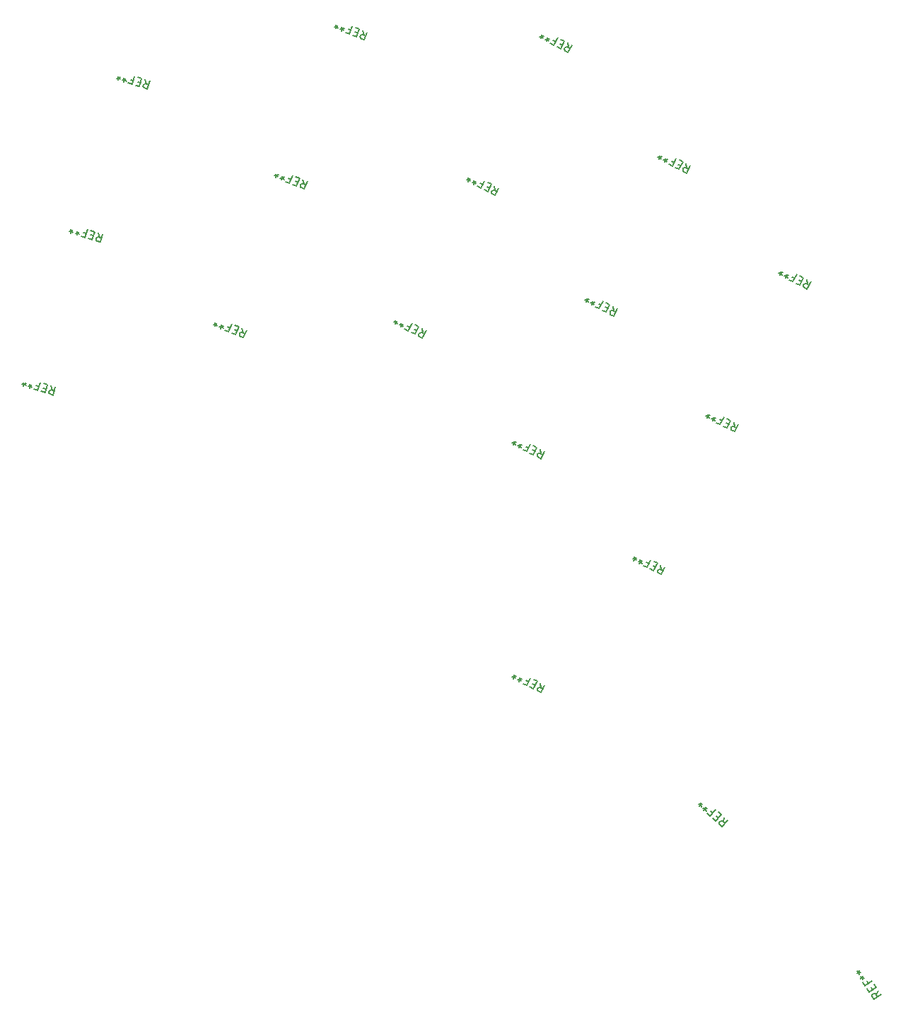
<source format=gbr>
G04 #@! TF.GenerationSoftware,KiCad,Pcbnew,(6.0.7)*
G04 #@! TF.CreationDate,2023-01-10T20:32:19-06:00*
G04 #@! TF.ProjectId,voxcertus-plate,766f7863-6572-4747-9573-2d706c617465,1.7*
G04 #@! TF.SameCoordinates,Original*
G04 #@! TF.FileFunction,Legend,Top*
G04 #@! TF.FilePolarity,Positive*
%FSLAX46Y46*%
G04 Gerber Fmt 4.6, Leading zero omitted, Abs format (unit mm)*
G04 Created by KiCad (PCBNEW (6.0.7)) date 2023-01-10 20:32:19*
%MOMM*%
%LPD*%
G01*
G04 APERTURE LIST*
%ADD10C,0.150000*%
G04 APERTURE END LIST*
D10*
X126632790Y-43282549D02*
X126713606Y-43858168D01*
X127141936Y-43541972D02*
X126687946Y-44432978D01*
X126348515Y-44260030D01*
X126285276Y-44174364D01*
X126264465Y-44110316D01*
X126265274Y-44003840D01*
X126330130Y-43876553D01*
X126415796Y-43813314D01*
X126479843Y-43792504D01*
X126586319Y-43793312D01*
X126925750Y-43966261D01*
X126013125Y-43554699D02*
X125716123Y-43403369D01*
X125826641Y-42871795D02*
X126250930Y-43087981D01*
X125796939Y-43978988D01*
X125372651Y-43762802D01*
X124909974Y-42992616D02*
X125206977Y-43143946D01*
X125444781Y-42677228D02*
X124990791Y-43568235D01*
X124566502Y-43352049D01*
X124099784Y-43114244D02*
X124207877Y-42902100D01*
X124376784Y-43095050D02*
X124207877Y-42902100D01*
X123952496Y-42878865D01*
X124421638Y-42797240D02*
X124207877Y-42902100D01*
X124167065Y-42667528D01*
X123420922Y-42768347D02*
X123529015Y-42556202D01*
X123697922Y-42749153D02*
X123529015Y-42556202D01*
X123273633Y-42532967D01*
X123742776Y-42451342D02*
X123529015Y-42556202D01*
X123488203Y-42321631D01*
X64762806Y-84332955D02*
X64942350Y-84885796D01*
X65309266Y-84500025D02*
X65016894Y-85456330D01*
X64652587Y-85344950D01*
X64575433Y-85271567D01*
X64543817Y-85212106D01*
X64526124Y-85107107D01*
X64567891Y-84970492D01*
X64641275Y-84893338D01*
X64700735Y-84861722D01*
X64805735Y-84844028D01*
X65170041Y-84955408D01*
X64199814Y-84708575D02*
X63881046Y-84611118D01*
X63897578Y-84068429D02*
X64352961Y-84207653D01*
X64060589Y-85163958D01*
X63605206Y-85024733D01*
X63015818Y-84346591D02*
X63334586Y-84444048D01*
X63487733Y-83943126D02*
X63195361Y-84899431D01*
X62739978Y-84760207D01*
X62239056Y-84607059D02*
X62308669Y-84379368D01*
X62508515Y-84540057D02*
X62308669Y-84379368D01*
X62053132Y-84400832D01*
X62500974Y-84238982D02*
X62308669Y-84379368D01*
X62227744Y-84155447D01*
X61510443Y-84384300D02*
X61580056Y-84156608D01*
X61779902Y-84317297D02*
X61580056Y-84156608D01*
X61324519Y-84178073D01*
X61772360Y-84016223D02*
X61580056Y-84156608D01*
X61499130Y-83932688D01*
X155258590Y-71603549D02*
X155339406Y-72179168D01*
X155767736Y-71862972D02*
X155313746Y-72753978D01*
X154974315Y-72581030D01*
X154911076Y-72495364D01*
X154890265Y-72431316D01*
X154891074Y-72324840D01*
X154955930Y-72197553D01*
X155041596Y-72134314D01*
X155105643Y-72113504D01*
X155212119Y-72114312D01*
X155551550Y-72287261D01*
X154638925Y-71875699D02*
X154341923Y-71724369D01*
X154452441Y-71192795D02*
X154876730Y-71408981D01*
X154422739Y-72299988D01*
X153998451Y-72083802D01*
X153535774Y-71313616D02*
X153832777Y-71464946D01*
X154070581Y-70998228D02*
X153616591Y-71889235D01*
X153192302Y-71673049D01*
X152725584Y-71435244D02*
X152833677Y-71223100D01*
X153002584Y-71416050D02*
X152833677Y-71223100D01*
X152578296Y-71199865D01*
X153047438Y-71118240D02*
X152833677Y-71223100D01*
X152792865Y-70988528D01*
X152046722Y-71089347D02*
X152154815Y-70877202D01*
X152323722Y-71070153D02*
X152154815Y-70877202D01*
X151899433Y-70853967D01*
X152368576Y-70772342D02*
X152154815Y-70877202D01*
X152114003Y-70642631D01*
X123367446Y-119927538D02*
X123448262Y-120503157D01*
X123876592Y-120186961D02*
X123422602Y-121077967D01*
X123083171Y-120905019D01*
X123019932Y-120819353D01*
X122999121Y-120755305D01*
X122999930Y-120648829D01*
X123064786Y-120521542D01*
X123150452Y-120458303D01*
X123214499Y-120437493D01*
X123320975Y-120438301D01*
X123660406Y-120611250D01*
X122747781Y-120199688D02*
X122450779Y-120048358D01*
X122561297Y-119516784D02*
X122985586Y-119732970D01*
X122531595Y-120623977D01*
X122107307Y-120407791D01*
X121644630Y-119637605D02*
X121941633Y-119788935D01*
X122179437Y-119322217D02*
X121725447Y-120213224D01*
X121301158Y-119997038D01*
X120834440Y-119759233D02*
X120942533Y-119547089D01*
X121111440Y-119740039D02*
X120942533Y-119547089D01*
X120687152Y-119523854D01*
X121156294Y-119442229D02*
X120942533Y-119547089D01*
X120901721Y-119312517D01*
X120155578Y-119413336D02*
X120263671Y-119201191D01*
X120432578Y-119394142D02*
X120263671Y-119201191D01*
X120008289Y-119177956D01*
X120477432Y-119096331D02*
X120263671Y-119201191D01*
X120222859Y-118966620D01*
X109182990Y-77470949D02*
X109263806Y-78046568D01*
X109692136Y-77730372D02*
X109238146Y-78621378D01*
X108898715Y-78448430D01*
X108835476Y-78362764D01*
X108814665Y-78298716D01*
X108815474Y-78192240D01*
X108880330Y-78064953D01*
X108965996Y-78001714D01*
X109030043Y-77980904D01*
X109136519Y-77981712D01*
X109475950Y-78154661D01*
X108563325Y-77743099D02*
X108266323Y-77591769D01*
X108376841Y-77060195D02*
X108801130Y-77276381D01*
X108347139Y-78167388D01*
X107922851Y-77951202D01*
X107460174Y-77181016D02*
X107757177Y-77332346D01*
X107994981Y-76865628D02*
X107540991Y-77756635D01*
X107116702Y-77540449D01*
X106649984Y-77302644D02*
X106758077Y-77090500D01*
X106926984Y-77283450D02*
X106758077Y-77090500D01*
X106502696Y-77067265D01*
X106971838Y-76985640D02*
X106758077Y-77090500D01*
X106717265Y-76855928D01*
X105971122Y-76956747D02*
X106079215Y-76744602D01*
X106248122Y-76937553D02*
X106079215Y-76744602D01*
X105823833Y-76721367D01*
X106292976Y-76639742D02*
X106079215Y-76744602D01*
X106038403Y-76510031D01*
X117895190Y-60402149D02*
X117976006Y-60977768D01*
X118404336Y-60661572D02*
X117950346Y-61552578D01*
X117610915Y-61379630D01*
X117547676Y-61293964D01*
X117526865Y-61229916D01*
X117527674Y-61123440D01*
X117592530Y-60996153D01*
X117678196Y-60932914D01*
X117742243Y-60912104D01*
X117848719Y-60912912D01*
X118188150Y-61085861D01*
X117275525Y-60674299D02*
X116978523Y-60522969D01*
X117089041Y-59991395D02*
X117513330Y-60207581D01*
X117059339Y-61098588D01*
X116635051Y-60882402D01*
X116172374Y-60112216D02*
X116469377Y-60263546D01*
X116707181Y-59796828D02*
X116253191Y-60687835D01*
X115828902Y-60471649D01*
X115362184Y-60233844D02*
X115470277Y-60021700D01*
X115639184Y-60214650D02*
X115470277Y-60021700D01*
X115214896Y-59998465D01*
X115684038Y-59916840D02*
X115470277Y-60021700D01*
X115429465Y-59787128D01*
X114683322Y-59887947D02*
X114791415Y-59675802D01*
X114960322Y-59868753D02*
X114791415Y-59675802D01*
X114536033Y-59652567D01*
X115005176Y-59570942D02*
X114791415Y-59675802D01*
X114750603Y-59441231D01*
X70408928Y-66020043D02*
X70588472Y-66572884D01*
X70955388Y-66187113D02*
X70663016Y-67143418D01*
X70298709Y-67032038D01*
X70221555Y-66958655D01*
X70189939Y-66899194D01*
X70172246Y-66794195D01*
X70214013Y-66657580D01*
X70287397Y-66580426D01*
X70346857Y-66548810D01*
X70451857Y-66531116D01*
X70816163Y-66642496D01*
X69845936Y-66395663D02*
X69527168Y-66298206D01*
X69543700Y-65755517D02*
X69999083Y-65894741D01*
X69706711Y-66851046D01*
X69251328Y-66711821D01*
X68661940Y-66033679D02*
X68980708Y-66131136D01*
X69133855Y-65630214D02*
X68841483Y-66586519D01*
X68386100Y-66447295D01*
X67885178Y-66294147D02*
X67954791Y-66066456D01*
X68154637Y-66227145D02*
X67954791Y-66066456D01*
X67699254Y-66087920D01*
X68147096Y-65926070D02*
X67954791Y-66066456D01*
X67873866Y-65842535D01*
X67156565Y-66071388D02*
X67226178Y-65843696D01*
X67426024Y-66004385D02*
X67226178Y-65843696D01*
X66970641Y-65865161D01*
X67418482Y-65703311D02*
X67226178Y-65843696D01*
X67145252Y-65619776D01*
X123356190Y-91923549D02*
X123437006Y-92499168D01*
X123865336Y-92182972D02*
X123411346Y-93073978D01*
X123071915Y-92901030D01*
X123008676Y-92815364D01*
X122987865Y-92751316D01*
X122988674Y-92644840D01*
X123053530Y-92517553D01*
X123139196Y-92454314D01*
X123203243Y-92433504D01*
X123309719Y-92434312D01*
X123649150Y-92607261D01*
X122736525Y-92195699D02*
X122439523Y-92044369D01*
X122550041Y-91512795D02*
X122974330Y-91728981D01*
X122520339Y-92619988D01*
X122096051Y-92403802D01*
X121633374Y-91633616D02*
X121930377Y-91784946D01*
X122168181Y-91318228D02*
X121714191Y-92209235D01*
X121289902Y-91993049D01*
X120823184Y-91755244D02*
X120931277Y-91543100D01*
X121100184Y-91736050D02*
X120931277Y-91543100D01*
X120675896Y-91519865D01*
X121145038Y-91438240D02*
X120931277Y-91543100D01*
X120890465Y-91308528D01*
X120144322Y-91409347D02*
X120252415Y-91197202D01*
X120421322Y-91390153D02*
X120252415Y-91197202D01*
X119997033Y-91173967D01*
X120466176Y-91092342D02*
X120252415Y-91197202D01*
X120211603Y-90962631D01*
X132068390Y-74829349D02*
X132149206Y-75404968D01*
X132577536Y-75088772D02*
X132123546Y-75979778D01*
X131784115Y-75806830D01*
X131720876Y-75721164D01*
X131700065Y-75657116D01*
X131700874Y-75550640D01*
X131765730Y-75423353D01*
X131851396Y-75360114D01*
X131915443Y-75339304D01*
X132021919Y-75340112D01*
X132361350Y-75513061D01*
X131448725Y-75101499D02*
X131151723Y-74950169D01*
X131262241Y-74418595D02*
X131686530Y-74634781D01*
X131232539Y-75525788D01*
X130808251Y-75309602D01*
X130345574Y-74539416D02*
X130642577Y-74690746D01*
X130880381Y-74224028D02*
X130426391Y-75115035D01*
X130002102Y-74898849D01*
X129535384Y-74661044D02*
X129643477Y-74448900D01*
X129812384Y-74641850D02*
X129643477Y-74448900D01*
X129388096Y-74425665D01*
X129857238Y-74344040D02*
X129643477Y-74448900D01*
X129602665Y-74214328D01*
X128856522Y-74315147D02*
X128964615Y-74103002D01*
X129133522Y-74295953D02*
X128964615Y-74103002D01*
X128709233Y-74079767D01*
X129178376Y-73998142D02*
X128964615Y-74103002D01*
X128923803Y-73868431D01*
X102115398Y-41802899D02*
X102246075Y-42369284D01*
X102645217Y-42016960D02*
X102270610Y-42944143D01*
X101917397Y-42801436D01*
X101846933Y-42721608D01*
X101820619Y-42659618D01*
X101812145Y-42553476D01*
X101865660Y-42421021D01*
X101945488Y-42350556D01*
X102007478Y-42324243D01*
X102113620Y-42315768D01*
X102466833Y-42458476D01*
X101521811Y-42128021D02*
X101212749Y-42003152D01*
X101276517Y-41463969D02*
X101718033Y-41642353D01*
X101343426Y-42569537D01*
X100901910Y-42391153D01*
X100373869Y-41664222D02*
X100682930Y-41789091D01*
X100879152Y-41303423D02*
X100504546Y-42230607D01*
X100063030Y-42052223D01*
X99577362Y-41856000D02*
X99666554Y-41635242D01*
X99851635Y-41812738D02*
X99666554Y-41635242D01*
X99410119Y-41634354D01*
X99870362Y-41512151D02*
X99666554Y-41635242D01*
X99605453Y-41405121D01*
X98870936Y-41570586D02*
X98960128Y-41349828D01*
X99145209Y-41527323D02*
X98960128Y-41349828D01*
X98703693Y-41348939D01*
X99163937Y-41226737D02*
X98960128Y-41349828D01*
X98899027Y-41119706D01*
X76047728Y-47681243D02*
X76227272Y-48234084D01*
X76594188Y-47848313D02*
X76301816Y-48804618D01*
X75937509Y-48693238D01*
X75860355Y-48619855D01*
X75828739Y-48560394D01*
X75811046Y-48455395D01*
X75852813Y-48318780D01*
X75926197Y-48241626D01*
X75985657Y-48210010D01*
X76090657Y-48192316D01*
X76454963Y-48303696D01*
X75484736Y-48056863D02*
X75165968Y-47959406D01*
X75182500Y-47416717D02*
X75637883Y-47555941D01*
X75345511Y-48512246D01*
X74890128Y-48373021D01*
X74300740Y-47694879D02*
X74619508Y-47792336D01*
X74772655Y-47291414D02*
X74480283Y-48247719D01*
X74024900Y-48108495D01*
X73523978Y-47955347D02*
X73593591Y-47727656D01*
X73793437Y-47888345D02*
X73593591Y-47727656D01*
X73338054Y-47749120D01*
X73785896Y-47587270D02*
X73593591Y-47727656D01*
X73512666Y-47503735D01*
X72795365Y-47732588D02*
X72864978Y-47504896D01*
X73064824Y-47665585D02*
X72864978Y-47504896D01*
X72609441Y-47526361D01*
X73057282Y-47364511D02*
X72864978Y-47504896D01*
X72784052Y-47280976D01*
X140805990Y-57735149D02*
X140886806Y-58310768D01*
X141315136Y-57994572D02*
X140861146Y-58885578D01*
X140521715Y-58712630D01*
X140458476Y-58626964D01*
X140437665Y-58562916D01*
X140438474Y-58456440D01*
X140503330Y-58329153D01*
X140588996Y-58265914D01*
X140653043Y-58245104D01*
X140759519Y-58245912D01*
X141098950Y-58418861D01*
X140186325Y-58007299D02*
X139889323Y-57855969D01*
X139999841Y-57324395D02*
X140424130Y-57540581D01*
X139970139Y-58431588D01*
X139545851Y-58215402D01*
X139083174Y-57445216D02*
X139380177Y-57596546D01*
X139617981Y-57129828D02*
X139163991Y-58020835D01*
X138739702Y-57804649D01*
X138272984Y-57566844D02*
X138381077Y-57354700D01*
X138549984Y-57547650D02*
X138381077Y-57354700D01*
X138125696Y-57331465D01*
X138594838Y-57249840D02*
X138381077Y-57354700D01*
X138340265Y-57120128D01*
X137594122Y-57220947D02*
X137702215Y-57008802D01*
X137871122Y-57201753D02*
X137702215Y-57008802D01*
X137446833Y-56985567D01*
X137915976Y-56903942D02*
X137702215Y-57008802D01*
X137661403Y-56774231D01*
X87653997Y-77449162D02*
X87784674Y-78015547D01*
X88183816Y-77663223D02*
X87809209Y-78590406D01*
X87455996Y-78447699D01*
X87385532Y-78367871D01*
X87359218Y-78305881D01*
X87350744Y-78199739D01*
X87404259Y-78067284D01*
X87484087Y-77996819D01*
X87546077Y-77970506D01*
X87652219Y-77962031D01*
X88005432Y-78104739D01*
X87060410Y-77774284D02*
X86751348Y-77649415D01*
X86815116Y-77110232D02*
X87256632Y-77288616D01*
X86882025Y-78215800D01*
X86440509Y-78037416D01*
X85912468Y-77310485D02*
X86221529Y-77435354D01*
X86417751Y-76949686D02*
X86043145Y-77876870D01*
X85601629Y-77698486D01*
X85115961Y-77502263D02*
X85205153Y-77281505D01*
X85390234Y-77459001D02*
X85205153Y-77281505D01*
X84948718Y-77280617D01*
X85408961Y-77158414D02*
X85205153Y-77281505D01*
X85144052Y-77051384D01*
X84409535Y-77216849D02*
X84498727Y-76996091D01*
X84683808Y-77173586D02*
X84498727Y-76996091D01*
X84242292Y-76995202D01*
X84702536Y-76873000D02*
X84498727Y-76996091D01*
X84437626Y-76765969D01*
X94943797Y-59643762D02*
X95074474Y-60210147D01*
X95473616Y-59857823D02*
X95099009Y-60785006D01*
X94745796Y-60642299D01*
X94675332Y-60562471D01*
X94649018Y-60500481D01*
X94640544Y-60394339D01*
X94694059Y-60261884D01*
X94773887Y-60191419D01*
X94835877Y-60165106D01*
X94942019Y-60156631D01*
X95295232Y-60299339D01*
X94350210Y-59968884D02*
X94041148Y-59844015D01*
X94104916Y-59304832D02*
X94546432Y-59483216D01*
X94171825Y-60410400D01*
X93730309Y-60232016D01*
X93202268Y-59505085D02*
X93511329Y-59629954D01*
X93707551Y-59144286D02*
X93332945Y-60071470D01*
X92891429Y-59893086D01*
X92405761Y-59696863D02*
X92494953Y-59476105D01*
X92680034Y-59653601D02*
X92494953Y-59476105D01*
X92238518Y-59475217D01*
X92698761Y-59353014D02*
X92494953Y-59476105D01*
X92433852Y-59245984D01*
X91699335Y-59411449D02*
X91788527Y-59190691D01*
X91973608Y-59368186D02*
X91788527Y-59190691D01*
X91532092Y-59189802D01*
X91992336Y-59067600D02*
X91788527Y-59190691D01*
X91727426Y-58960569D01*
X146546390Y-88697749D02*
X146627206Y-89273368D01*
X147055536Y-88957172D02*
X146601546Y-89848178D01*
X146262115Y-89675230D01*
X146198876Y-89589564D01*
X146178065Y-89525516D01*
X146178874Y-89419040D01*
X146243730Y-89291753D01*
X146329396Y-89228514D01*
X146393443Y-89207704D01*
X146499919Y-89208512D01*
X146839350Y-89381461D01*
X145926725Y-88969899D02*
X145629723Y-88818569D01*
X145740241Y-88286995D02*
X146164530Y-88503181D01*
X145710539Y-89394188D01*
X145286251Y-89178002D01*
X144823574Y-88407816D02*
X145120577Y-88559146D01*
X145358381Y-88092428D02*
X144904391Y-88983435D01*
X144480102Y-88767249D01*
X144013384Y-88529444D02*
X144121477Y-88317300D01*
X144290384Y-88510250D02*
X144121477Y-88317300D01*
X143866096Y-88294065D01*
X144335238Y-88212440D02*
X144121477Y-88317300D01*
X144080665Y-88082728D01*
X143334522Y-88183547D02*
X143442615Y-87971402D01*
X143611522Y-88164353D02*
X143442615Y-87971402D01*
X143187233Y-87948167D01*
X143656376Y-87866542D02*
X143442615Y-87971402D01*
X143401803Y-87736831D01*
X163825241Y-156742286D02*
X163607421Y-157281194D01*
X164136464Y-157221526D02*
X163297793Y-157766165D01*
X163090312Y-157446671D01*
X163078378Y-157340863D01*
X163092379Y-157274991D01*
X163146318Y-157183184D01*
X163266128Y-157105378D01*
X163371936Y-157093445D01*
X163437808Y-157107446D01*
X163529615Y-157161384D01*
X163737097Y-157480878D01*
X163152521Y-156668142D02*
X162970975Y-156388586D01*
X163332473Y-155983488D02*
X163591825Y-156382855D01*
X162753154Y-156927494D01*
X162493802Y-156528127D01*
X162478206Y-155629788D02*
X162659752Y-155909345D01*
X163099056Y-155624058D02*
X162260386Y-156168697D01*
X162001034Y-155769330D01*
X161715746Y-155330027D02*
X161915430Y-155200351D01*
X161965233Y-155451905D02*
X161915430Y-155200351D01*
X161705881Y-155052538D01*
X162152982Y-155216420D02*
X161915430Y-155200351D01*
X161997371Y-154976800D01*
X161300783Y-154691040D02*
X161500467Y-154561364D01*
X161550269Y-154812917D02*
X161500467Y-154561364D01*
X161290918Y-154413550D01*
X161738019Y-154577433D02*
X161500467Y-154561364D01*
X161582408Y-154337813D01*
X145355726Y-136008971D02*
X145284808Y-136585893D01*
X145780380Y-136391331D02*
X145111250Y-137134476D01*
X144828147Y-136879569D01*
X144789235Y-136780455D01*
X144785710Y-136713204D01*
X144814049Y-136610565D01*
X144909639Y-136504401D01*
X145008754Y-136465489D01*
X145076005Y-136461964D01*
X145178644Y-136490303D01*
X145461747Y-136745210D01*
X144686739Y-136111467D02*
X144439024Y-135888424D01*
X144683357Y-135403567D02*
X145037236Y-135722201D01*
X144368105Y-136465346D01*
X144014226Y-136146712D01*
X143766655Y-135283020D02*
X144014369Y-135506063D01*
X144364866Y-135116797D02*
X143695736Y-135859942D01*
X143341857Y-135541308D01*
X142952591Y-135190811D02*
X143111908Y-135013872D01*
X143225120Y-135243964D02*
X143111908Y-135013872D01*
X142871242Y-134925331D01*
X143345525Y-134967911D02*
X143111908Y-135013872D01*
X143133198Y-134776730D01*
X142386385Y-134680997D02*
X142545702Y-134504058D01*
X142658915Y-134734151D02*
X142545702Y-134504058D01*
X142305036Y-134415517D01*
X142779319Y-134458097D02*
X142545702Y-134504058D01*
X142566992Y-134266917D01*
X137783390Y-105791949D02*
X137864206Y-106367568D01*
X138292536Y-106051372D02*
X137838546Y-106942378D01*
X137499115Y-106769430D01*
X137435876Y-106683764D01*
X137415065Y-106619716D01*
X137415874Y-106513240D01*
X137480730Y-106385953D01*
X137566396Y-106322714D01*
X137630443Y-106301904D01*
X137736919Y-106302712D01*
X138076350Y-106475661D01*
X137163725Y-106064099D02*
X136866723Y-105912769D01*
X136977241Y-105381195D02*
X137401530Y-105597381D01*
X136947539Y-106488388D01*
X136523251Y-106272202D01*
X136060574Y-105502016D02*
X136357577Y-105653346D01*
X136595381Y-105186628D02*
X136141391Y-106077635D01*
X135717102Y-105861449D01*
X135250384Y-105623644D02*
X135358477Y-105411500D01*
X135527384Y-105604450D02*
X135358477Y-105411500D01*
X135103096Y-105388265D01*
X135572238Y-105306640D02*
X135358477Y-105411500D01*
X135317665Y-105176928D01*
X134571522Y-105277747D02*
X134679615Y-105065602D01*
X134848522Y-105258553D02*
X134679615Y-105065602D01*
X134424233Y-105042367D01*
X134893376Y-104960742D02*
X134679615Y-105065602D01*
X134638803Y-104831031D01*
M02*

</source>
